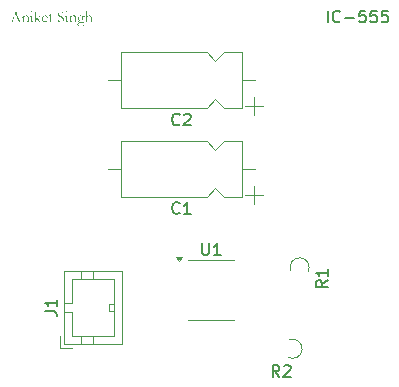
<source format=gbr>
%TF.GenerationSoftware,KiCad,Pcbnew,8.0.7*%
%TF.CreationDate,2024-12-24T07:35:49+05:30*%
%TF.ProjectId,ic555_test,69633535-355f-4746-9573-742e6b696361,rev?*%
%TF.SameCoordinates,Original*%
%TF.FileFunction,Legend,Top*%
%TF.FilePolarity,Positive*%
%FSLAX46Y46*%
G04 Gerber Fmt 4.6, Leading zero omitted, Abs format (unit mm)*
G04 Created by KiCad (PCBNEW 8.0.7) date 2024-12-24 07:35:49*
%MOMM*%
%LPD*%
G01*
G04 APERTURE LIST*
%ADD10C,0.100000*%
%ADD11C,0.200000*%
%ADD12C,0.150000*%
%ADD13C,0.120000*%
G04 APERTURE END LIST*
D10*
G36*
X124502163Y-64408471D02*
G01*
X124523366Y-64453855D01*
X124542646Y-64501711D01*
X124554431Y-64534989D01*
X124571956Y-64583132D01*
X124589804Y-64629151D01*
X124594975Y-64642212D01*
X124699267Y-64926510D01*
X124754954Y-65080872D01*
X124772739Y-65133510D01*
X124789515Y-65181790D01*
X124807582Y-65230454D01*
X124812595Y-65242316D01*
X124837997Y-65282128D01*
X124863642Y-65290432D01*
X124895150Y-65298736D01*
X124939113Y-65311193D01*
X124941800Y-65320963D01*
X124939846Y-65329511D01*
X124908827Y-65330000D01*
X124856552Y-65330000D01*
X124806566Y-65330000D01*
X124785240Y-65330000D01*
X124716608Y-65330000D01*
X124633321Y-65330000D01*
X124616468Y-65330000D01*
X124601814Y-65330000D01*
X124586671Y-65330000D01*
X124572993Y-65325359D01*
X124576413Y-65304110D01*
X124591556Y-65298736D01*
X124663607Y-65294096D01*
X124706106Y-65286524D01*
X124710258Y-65268450D01*
X124697564Y-65220717D01*
X124692428Y-65205924D01*
X124676162Y-65159239D01*
X124670690Y-65141933D01*
X124654160Y-65094429D01*
X124635052Y-65042436D01*
X124616253Y-64992061D01*
X124597662Y-64942630D01*
X124548080Y-64937745D01*
X124401046Y-64939211D01*
X124357815Y-64938478D01*
X124308031Y-64941687D01*
X124306280Y-64941898D01*
X124294801Y-64969986D01*
X124234228Y-65150481D01*
X124215692Y-65201136D01*
X124199627Y-65248450D01*
X124195882Y-65264054D01*
X124201988Y-65283593D01*
X124240334Y-65290921D01*
X124333879Y-65298736D01*
X124341451Y-65314368D01*
X124339497Y-65329023D01*
X124292114Y-65330000D01*
X124240569Y-65330000D01*
X124190881Y-65330000D01*
X124164131Y-65330000D01*
X124116259Y-65328534D01*
X124065945Y-65330000D01*
X124032240Y-65330000D01*
X123989741Y-65327313D01*
X123989741Y-65322184D01*
X123992428Y-65305575D01*
X124009769Y-65298736D01*
X124025401Y-65298736D01*
X124042009Y-65298004D01*
X124091068Y-65292108D01*
X124104291Y-65288478D01*
X124140052Y-65252897D01*
X124145568Y-65243293D01*
X124168738Y-65194087D01*
X124188544Y-65146513D01*
X124206802Y-65098900D01*
X124225924Y-65045701D01*
X124242411Y-64999204D01*
X124252791Y-64971939D01*
X124271639Y-64924464D01*
X124280154Y-64901109D01*
X124316050Y-64901109D01*
X124320202Y-64903796D01*
X124373169Y-64906160D01*
X124425529Y-64907457D01*
X124476078Y-64907932D01*
X124487752Y-64907948D01*
X124538005Y-64907093D01*
X124581786Y-64904528D01*
X124567246Y-64857159D01*
X124566154Y-64854214D01*
X124548505Y-64807081D01*
X124529900Y-64757507D01*
X124516573Y-64722323D01*
X124454047Y-64563565D01*
X124447208Y-64551109D01*
X124427304Y-64597179D01*
X124416922Y-64621939D01*
X124396482Y-64672589D01*
X124377173Y-64722491D01*
X124360295Y-64769145D01*
X124353663Y-64789002D01*
X124337528Y-64835831D01*
X124335101Y-64842491D01*
X124323133Y-64879616D01*
X124316050Y-64901109D01*
X124280154Y-64901109D01*
X124285764Y-64885722D01*
X124350244Y-64705959D01*
X124367612Y-64658732D01*
X124385869Y-64610189D01*
X124406227Y-64556519D01*
X124423272Y-64511786D01*
X124440307Y-64463736D01*
X124455658Y-64417132D01*
X124458199Y-64409204D01*
X124478227Y-64407739D01*
X124502163Y-64408471D01*
G37*
G36*
X124973796Y-65300202D02*
G01*
X125013607Y-65292630D01*
X125062107Y-65281934D01*
X125065631Y-65279685D01*
X125074180Y-65245003D01*
X125075401Y-65222533D01*
X125076133Y-65190537D01*
X125074668Y-64998073D01*
X125065223Y-64949516D01*
X125063921Y-64948004D01*
X125018217Y-64927670D01*
X124995045Y-64923579D01*
X124995045Y-64900132D01*
X125041695Y-64881233D01*
X125071981Y-64860321D01*
X125105934Y-64822843D01*
X125132782Y-64778084D01*
X125137927Y-64767264D01*
X125161374Y-64767997D01*
X125163328Y-64810983D01*
X125163328Y-64853482D01*
X125164061Y-64864961D01*
X125183356Y-64851039D01*
X125225122Y-64822829D01*
X125267864Y-64800237D01*
X125313485Y-64781844D01*
X125344801Y-64772882D01*
X125392916Y-64767264D01*
X125442147Y-64773704D01*
X125487087Y-64794770D01*
X125489637Y-64796573D01*
X125526207Y-64832792D01*
X125542149Y-64865450D01*
X125550330Y-64915031D01*
X125553369Y-64968764D01*
X125554117Y-65022742D01*
X125554117Y-65123126D01*
X125553140Y-65149748D01*
X125552164Y-65199717D01*
X125552163Y-65201528D01*
X125554308Y-65251049D01*
X125556315Y-65260879D01*
X125574145Y-65278220D01*
X125623894Y-65286986D01*
X125651081Y-65298736D01*
X125651081Y-65306308D01*
X125646929Y-65330000D01*
X125633984Y-65330000D01*
X125543126Y-65330000D01*
X125453977Y-65330732D01*
X125403503Y-65331134D01*
X125362630Y-65330000D01*
X125358478Y-65312170D01*
X125363363Y-65298736D01*
X125411262Y-65288347D01*
X125415387Y-65287990D01*
X125442986Y-65283838D01*
X125461549Y-65273091D01*
X125469853Y-65245980D01*
X125468387Y-65227173D01*
X125466824Y-65177578D01*
X125466144Y-65128346D01*
X125465701Y-65072323D01*
X125465701Y-65037152D01*
X125466922Y-64983175D01*
X125463440Y-64933973D01*
X125448500Y-64885843D01*
X125431263Y-64863007D01*
X125386550Y-64837089D01*
X125335764Y-64829790D01*
X125284725Y-64836204D01*
X125245882Y-64850062D01*
X125202590Y-64875341D01*
X125163224Y-64908135D01*
X125160642Y-64910635D01*
X125159199Y-64960189D01*
X125159176Y-64966078D01*
X125161374Y-65115799D01*
X125161588Y-65168753D01*
X125162456Y-65219019D01*
X125164794Y-65259658D01*
X125169678Y-65274556D01*
X125191416Y-65283349D01*
X125229518Y-65292875D01*
X125258094Y-65300202D01*
X125276657Y-65315833D01*
X125275924Y-65331465D01*
X125203872Y-65331465D01*
X125055617Y-65330000D01*
X125005891Y-65331259D01*
X124990160Y-65331465D01*
X124973063Y-65331465D01*
X124971598Y-65319253D01*
X124973796Y-65300202D01*
G37*
G36*
X125759281Y-64459518D02*
G01*
X125776866Y-64423126D01*
X125819120Y-64407739D01*
X125863817Y-64425080D01*
X125883112Y-64462205D01*
X125863817Y-64499574D01*
X125819120Y-64517159D01*
X125776378Y-64501284D01*
X125759281Y-64459518D01*
G37*
G36*
X125701639Y-64876685D02*
G01*
X125702372Y-64853237D01*
X125747755Y-64834732D01*
X125750488Y-64833210D01*
X125788865Y-64802572D01*
X125802267Y-64788513D01*
X125832817Y-64748194D01*
X125847941Y-64721346D01*
X125860886Y-64719637D01*
X125869190Y-64720369D01*
X125872121Y-64767264D01*
X125870655Y-64797306D01*
X125870655Y-64832721D01*
X125871388Y-65025673D01*
X125869190Y-65229860D01*
X125877494Y-65264298D01*
X125922517Y-65283811D01*
X125930495Y-65286036D01*
X125971772Y-65298736D01*
X125973726Y-65312658D01*
X125970307Y-65330000D01*
X125919234Y-65330000D01*
X125901674Y-65330000D01*
X125851841Y-65330000D01*
X125825959Y-65330000D01*
X125774658Y-65330000D01*
X125722279Y-65330000D01*
X125716050Y-65330000D01*
X125676238Y-65330000D01*
X125665247Y-65327557D01*
X125661828Y-65317299D01*
X125674773Y-65298736D01*
X125725449Y-65288156D01*
X125744870Y-65284326D01*
X125773691Y-65271870D01*
X125785415Y-65230104D01*
X125786249Y-65177423D01*
X125786600Y-65123312D01*
X125786789Y-65064187D01*
X125786867Y-65005930D01*
X125786880Y-64967055D01*
X125783924Y-64917641D01*
X125782728Y-64913565D01*
X125764410Y-64896468D01*
X125715859Y-64879808D01*
X125701639Y-64876685D01*
G37*
G36*
X126019399Y-65329023D02*
G01*
X126017934Y-65298736D01*
X126028192Y-65293607D01*
X126062875Y-65290676D01*
X126100488Y-65277243D01*
X126107320Y-65228316D01*
X126108060Y-65183942D01*
X126109281Y-64914054D01*
X126108060Y-64866427D01*
X126109281Y-64820509D01*
X126110746Y-64776301D01*
X126108060Y-64657355D01*
X126108792Y-64553551D01*
X126098046Y-64505436D01*
X126048541Y-64489837D01*
X126022819Y-64485896D01*
X126022819Y-64472951D01*
X126023551Y-64454633D01*
X126073129Y-64444737D01*
X126092916Y-64439246D01*
X126140748Y-64420994D01*
X126173272Y-64407739D01*
X126194521Y-64407739D01*
X126193789Y-64426301D01*
X126193789Y-64484187D01*
X126193056Y-64513007D01*
X126195254Y-64565519D01*
X126194521Y-64644654D01*
X126195254Y-64776545D01*
X126193056Y-64940188D01*
X126193056Y-64990746D01*
X126193789Y-65016636D01*
X126201360Y-65017369D01*
X126248743Y-64999783D01*
X126292117Y-64967783D01*
X126332242Y-64937108D01*
X126370962Y-64905198D01*
X126384054Y-64892805D01*
X126411653Y-64852993D01*
X126402616Y-64835408D01*
X126356699Y-64821730D01*
X126340090Y-64818555D01*
X126319574Y-64814159D01*
X126318108Y-64803656D01*
X126321528Y-64782896D01*
X126373994Y-64782896D01*
X126422950Y-64782896D01*
X126473828Y-64782896D01*
X126510327Y-64782896D01*
X126560319Y-64783516D01*
X126607292Y-64785094D01*
X126607292Y-64794619D01*
X126603872Y-64807564D01*
X126571632Y-64814159D01*
X126522674Y-64827340D01*
X126506908Y-64835163D01*
X126463439Y-64862710D01*
X126422240Y-64893004D01*
X126397732Y-64912833D01*
X126359244Y-64944622D01*
X126339357Y-64960216D01*
X126314689Y-64980000D01*
X126323726Y-64992456D01*
X126334473Y-65005889D01*
X126364270Y-65040572D01*
X126398983Y-65080292D01*
X126432269Y-65119211D01*
X126464662Y-65158488D01*
X126474180Y-65170509D01*
X126500314Y-65203237D01*
X126531835Y-65240675D01*
X126562840Y-65274801D01*
X126608441Y-65295898D01*
X126619748Y-65298736D01*
X126650767Y-65306064D01*
X126653454Y-65321695D01*
X126652721Y-65330000D01*
X126602556Y-65330000D01*
X126582623Y-65330000D01*
X126570411Y-65330000D01*
X126379169Y-65330000D01*
X126364270Y-65330000D01*
X126349616Y-65326580D01*
X126347662Y-65314368D01*
X126347662Y-65308262D01*
X126355233Y-65298736D01*
X126406385Y-65293953D01*
X126434124Y-65289699D01*
X126445847Y-65281884D01*
X126425819Y-65243293D01*
X126394124Y-65204045D01*
X126358384Y-65162257D01*
X126326413Y-65125568D01*
X126293360Y-65088955D01*
X126260711Y-65058157D01*
X126219923Y-65048632D01*
X126193789Y-65048632D01*
X126191616Y-65098932D01*
X126191126Y-65150520D01*
X126191102Y-65167334D01*
X126192718Y-65219307D01*
X126200839Y-65268835D01*
X126204780Y-65277976D01*
X126240439Y-65295317D01*
X126277076Y-65307041D01*
X126283914Y-65330000D01*
X126233392Y-65329338D01*
X126214549Y-65329267D01*
X126164006Y-65329474D01*
X126115631Y-65330000D01*
X126065758Y-65330000D01*
X126064584Y-65330000D01*
X126019399Y-65329023D01*
G37*
G36*
X127010995Y-64772126D02*
G01*
X127058866Y-64789589D01*
X127064026Y-64792665D01*
X127104081Y-64823077D01*
X127136940Y-64863042D01*
X127146092Y-64879127D01*
X127165551Y-64926601D01*
X127173203Y-64975603D01*
X127173203Y-64986106D01*
X126897697Y-64986106D01*
X126845429Y-64986106D01*
X126795304Y-64986106D01*
X126780949Y-64986106D01*
X126774598Y-65013461D01*
X126775331Y-65020300D01*
X126775331Y-65026894D01*
X126774598Y-65059623D01*
X126782043Y-65108199D01*
X126799354Y-65156071D01*
X126800976Y-65159762D01*
X126826316Y-65203191D01*
X126861899Y-65239683D01*
X126876692Y-65250132D01*
X126924323Y-65271710D01*
X126972591Y-65281350D01*
X126999302Y-65283105D01*
X127048990Y-65277426D01*
X127061584Y-65274312D01*
X127107471Y-65253521D01*
X127127529Y-65242072D01*
X127177110Y-65204947D01*
X127181263Y-65230104D01*
X127180530Y-65239630D01*
X127142954Y-65274586D01*
X127102128Y-65301423D01*
X127057438Y-65323040D01*
X127009177Y-65339236D01*
X127006140Y-65340013D01*
X126956915Y-65345187D01*
X126929204Y-65345631D01*
X126877716Y-65340048D01*
X126832972Y-65325847D01*
X126788301Y-65300893D01*
X126750672Y-65267339D01*
X126722575Y-65229371D01*
X126701451Y-65185059D01*
X126688152Y-65135166D01*
X126682871Y-65085490D01*
X126682519Y-65067927D01*
X126687829Y-65018759D01*
X126693754Y-64990990D01*
X126705637Y-64954842D01*
X126789741Y-64954842D01*
X126821981Y-64954842D01*
X126873454Y-64954842D01*
X126927889Y-64954842D01*
X126980096Y-64954842D01*
X127031053Y-64954842D01*
X127064515Y-64948492D01*
X127076971Y-64921137D01*
X127066312Y-64872491D01*
X127063049Y-64864717D01*
X127032584Y-64824049D01*
X127020795Y-64815868D01*
X126972939Y-64799611D01*
X126954605Y-64798527D01*
X126903587Y-64806146D01*
X126860016Y-64829004D01*
X126826866Y-64863007D01*
X126800219Y-64907515D01*
X126789741Y-64954842D01*
X126705637Y-64954842D01*
X126709752Y-64942325D01*
X126731163Y-64897238D01*
X126734787Y-64890607D01*
X126763142Y-64850478D01*
X126783635Y-64831256D01*
X126824406Y-64802065D01*
X126855687Y-64785582D01*
X126903986Y-64771844D01*
X126955810Y-64767282D01*
X126959490Y-64767264D01*
X127010995Y-64772126D01*
G37*
G36*
X127398883Y-64626580D02*
G01*
X127420132Y-64627313D01*
X127423063Y-64695945D01*
X127421598Y-64784849D01*
X127438206Y-64785582D01*
X127488463Y-64783809D01*
X127506106Y-64782896D01*
X127556722Y-64780775D01*
X127567899Y-64780697D01*
X127609176Y-64781430D01*
X127610642Y-64801458D01*
X127606489Y-64826615D01*
X127594766Y-64826615D01*
X127488276Y-64829790D01*
X127435519Y-64831256D01*
X127423063Y-64832721D01*
X127417445Y-64874487D01*
X127419644Y-64982930D01*
X127418178Y-65173684D01*
X127420788Y-65222960D01*
X127434493Y-65270084D01*
X127436741Y-65273335D01*
X127479695Y-65298116D01*
X127490474Y-65298736D01*
X127540247Y-65291964D01*
X127557641Y-65288478D01*
X127598185Y-65267473D01*
X127604535Y-65267473D01*
X127614305Y-65271137D01*
X127618213Y-65280907D01*
X127617480Y-65285547D01*
X127579372Y-65316731D01*
X127549825Y-65331221D01*
X127502242Y-65342465D01*
X127452393Y-65345617D01*
X127448464Y-65345631D01*
X127398604Y-65337140D01*
X127374459Y-65323893D01*
X127342539Y-65286524D01*
X127337090Y-65272114D01*
X127330801Y-65220533D01*
X127329226Y-65171579D01*
X127329030Y-65141933D01*
X127331716Y-64978290D01*
X127330983Y-64899644D01*
X127330983Y-64870579D01*
X127329762Y-64829790D01*
X127318039Y-64829790D01*
X127261618Y-64829790D01*
X127256245Y-64829790D01*
X127244766Y-64827348D01*
X127241102Y-64820997D01*
X127246231Y-64810739D01*
X127277494Y-64798527D01*
X127317541Y-64770548D01*
X127319016Y-64769218D01*
X127351561Y-64732570D01*
X127359071Y-64721346D01*
X127379739Y-64674809D01*
X127382519Y-64667613D01*
X127398883Y-64626580D01*
G37*
G36*
X128505792Y-64494689D02*
G01*
X128511034Y-64543401D01*
X128511165Y-64546468D01*
X128508478Y-64606796D01*
X128505195Y-64655679D01*
X128505059Y-64656378D01*
X128494801Y-64659309D01*
X128488695Y-64657843D01*
X128473915Y-64606963D01*
X128451828Y-64560309D01*
X128420645Y-64521000D01*
X128414200Y-64515205D01*
X128371553Y-64487820D01*
X128322380Y-64473073D01*
X128285973Y-64470265D01*
X128235530Y-64475893D01*
X128188005Y-64494869D01*
X128157501Y-64517892D01*
X128125083Y-64558971D01*
X128109192Y-64605209D01*
X128107431Y-64628290D01*
X128117289Y-64677329D01*
X128142358Y-64716706D01*
X128184055Y-64751384D01*
X128228874Y-64779655D01*
X128279260Y-64807774D01*
X128321632Y-64829790D01*
X128366726Y-64853292D01*
X128410934Y-64877518D01*
X128455203Y-64903850D01*
X128478925Y-64919672D01*
X128518195Y-64953403D01*
X128548725Y-64994588D01*
X128550244Y-64997341D01*
X128568379Y-65044113D01*
X128574400Y-65092621D01*
X128574424Y-65096015D01*
X128569066Y-65146172D01*
X128552991Y-65194063D01*
X128536322Y-65224731D01*
X128504002Y-65265638D01*
X128464194Y-65298233D01*
X128433496Y-65315345D01*
X128384202Y-65332588D01*
X128330773Y-65342052D01*
X128275673Y-65345513D01*
X128262526Y-65345631D01*
X128211036Y-65343525D01*
X128160705Y-65337208D01*
X128111534Y-65326678D01*
X128084717Y-65319009D01*
X128037395Y-65301549D01*
X128023656Y-65293363D01*
X128012665Y-65271137D01*
X128014131Y-65252330D01*
X128019501Y-65201076D01*
X128023244Y-65149061D01*
X128024145Y-65121660D01*
X128029030Y-65084535D01*
X128039288Y-65079895D01*
X128049057Y-65084291D01*
X128054431Y-65100900D01*
X128065341Y-65150931D01*
X128088606Y-65197528D01*
X128120108Y-65236529D01*
X128132833Y-65248911D01*
X128173731Y-65280553D01*
X128222618Y-65303565D01*
X128275130Y-65313793D01*
X128291591Y-65314368D01*
X128340545Y-65309431D01*
X128388623Y-65293280D01*
X128391486Y-65291898D01*
X128432152Y-65264176D01*
X128462805Y-65226441D01*
X128483006Y-65181647D01*
X128488695Y-65143154D01*
X128480108Y-65093322D01*
X128454348Y-65047785D01*
X128449616Y-65042037D01*
X128413259Y-65008795D01*
X128369645Y-64979106D01*
X128327095Y-64954466D01*
X128292079Y-64936036D01*
X128244406Y-64911304D01*
X128199568Y-64886845D01*
X128154716Y-64859844D01*
X128138450Y-64848353D01*
X128099123Y-64813857D01*
X128065744Y-64774704D01*
X128051744Y-64752854D01*
X128034562Y-64705069D01*
X128030495Y-64662240D01*
X128036465Y-64611900D01*
X128054374Y-64566120D01*
X128084224Y-64524900D01*
X128105966Y-64503970D01*
X128147029Y-64475546D01*
X128194504Y-64455244D01*
X128248390Y-64443062D01*
X128300800Y-64439065D01*
X128308688Y-64439002D01*
X128358547Y-64441200D01*
X128409858Y-64449321D01*
X128429588Y-64454633D01*
X128474362Y-64474646D01*
X128505792Y-64494689D01*
G37*
G36*
X128727320Y-64459518D02*
G01*
X128744905Y-64423126D01*
X128787159Y-64407739D01*
X128831856Y-64425080D01*
X128851151Y-64462205D01*
X128831856Y-64499574D01*
X128787159Y-64517159D01*
X128744417Y-64501284D01*
X128727320Y-64459518D01*
G37*
G36*
X128669678Y-64876685D02*
G01*
X128670411Y-64853237D01*
X128715794Y-64834732D01*
X128718527Y-64833210D01*
X128756904Y-64802572D01*
X128770307Y-64788513D01*
X128800856Y-64748194D01*
X128815980Y-64721346D01*
X128828925Y-64719637D01*
X128837229Y-64720369D01*
X128840160Y-64767264D01*
X128838695Y-64797306D01*
X128838695Y-64832721D01*
X128839427Y-65025673D01*
X128837229Y-65229860D01*
X128845533Y-65264298D01*
X128890556Y-65283811D01*
X128898534Y-65286036D01*
X128939811Y-65298736D01*
X128941765Y-65312658D01*
X128938346Y-65330000D01*
X128887273Y-65330000D01*
X128869713Y-65330000D01*
X128819880Y-65330000D01*
X128793998Y-65330000D01*
X128742697Y-65330000D01*
X128690318Y-65330000D01*
X128684089Y-65330000D01*
X128644277Y-65330000D01*
X128633286Y-65327557D01*
X128629867Y-65317299D01*
X128642812Y-65298736D01*
X128693488Y-65288156D01*
X128712909Y-65284326D01*
X128741730Y-65271870D01*
X128753454Y-65230104D01*
X128754288Y-65177423D01*
X128754639Y-65123312D01*
X128754828Y-65064187D01*
X128754906Y-65005930D01*
X128754919Y-64967055D01*
X128751963Y-64917641D01*
X128750767Y-64913565D01*
X128732449Y-64896468D01*
X128683898Y-64879808D01*
X128669678Y-64876685D01*
G37*
G36*
X128976448Y-65300202D02*
G01*
X129016259Y-65292630D01*
X129064759Y-65281934D01*
X129068283Y-65279685D01*
X129076831Y-65245003D01*
X129078053Y-65222533D01*
X129078785Y-65190537D01*
X129077320Y-64998073D01*
X129067874Y-64949516D01*
X129066573Y-64948004D01*
X129020869Y-64927670D01*
X128997697Y-64923579D01*
X128997697Y-64900132D01*
X129044347Y-64881233D01*
X129074633Y-64860321D01*
X129108586Y-64822843D01*
X129135434Y-64778084D01*
X129140579Y-64767264D01*
X129164026Y-64767997D01*
X129165980Y-64810983D01*
X129165980Y-64853482D01*
X129166713Y-64864961D01*
X129186008Y-64851039D01*
X129227773Y-64822829D01*
X129270516Y-64800237D01*
X129316137Y-64781844D01*
X129347452Y-64772882D01*
X129395568Y-64767264D01*
X129444798Y-64773704D01*
X129489739Y-64794770D01*
X129492288Y-64796573D01*
X129528859Y-64832792D01*
X129544801Y-64865450D01*
X129552982Y-64915031D01*
X129556021Y-64968764D01*
X129556769Y-65022742D01*
X129556769Y-65123126D01*
X129555792Y-65149748D01*
X129554816Y-65199717D01*
X129554815Y-65201528D01*
X129556960Y-65251049D01*
X129558967Y-65260879D01*
X129576796Y-65278220D01*
X129626545Y-65286986D01*
X129653733Y-65298736D01*
X129653733Y-65306308D01*
X129649581Y-65330000D01*
X129636636Y-65330000D01*
X129545778Y-65330000D01*
X129456629Y-65330732D01*
X129406155Y-65331134D01*
X129365282Y-65330000D01*
X129361130Y-65312170D01*
X129366015Y-65298736D01*
X129413914Y-65288347D01*
X129418039Y-65287990D01*
X129445638Y-65283838D01*
X129464200Y-65273091D01*
X129472505Y-65245980D01*
X129471039Y-65227173D01*
X129469476Y-65177578D01*
X129468795Y-65128346D01*
X129468353Y-65072323D01*
X129468353Y-65037152D01*
X129469574Y-64983175D01*
X129466091Y-64933973D01*
X129451152Y-64885843D01*
X129433914Y-64863007D01*
X129389202Y-64837089D01*
X129338415Y-64829790D01*
X129287376Y-64836204D01*
X129248534Y-64850062D01*
X129205242Y-64875341D01*
X129165876Y-64908135D01*
X129163293Y-64910635D01*
X129161851Y-64960189D01*
X129161828Y-64966078D01*
X129164026Y-65115799D01*
X129164240Y-65168753D01*
X129165108Y-65219019D01*
X129167445Y-65259658D01*
X129172330Y-65274556D01*
X129194068Y-65283349D01*
X129232170Y-65292875D01*
X129260746Y-65300202D01*
X129279309Y-65315833D01*
X129278576Y-65331465D01*
X129206524Y-65331465D01*
X129058269Y-65330000D01*
X129008543Y-65331259D01*
X128992812Y-65331465D01*
X128975715Y-65331465D01*
X128974249Y-65319253D01*
X128976448Y-65300202D01*
G37*
G36*
X130011306Y-64770973D02*
G01*
X130046475Y-64778988D01*
X130091401Y-64798451D01*
X130111688Y-64809518D01*
X130143928Y-64826615D01*
X130168597Y-64829790D01*
X130219773Y-64829790D01*
X130225261Y-64829790D01*
X130274178Y-64829790D01*
X130278506Y-64829790D01*
X130304640Y-64834919D01*
X130312944Y-64873754D01*
X130307083Y-64887676D01*
X130290230Y-64892316D01*
X130239933Y-64886752D01*
X130226727Y-64884501D01*
X130177623Y-64876960D01*
X130172749Y-64876685D01*
X130159804Y-64878150D01*
X130178939Y-64923728D01*
X130188896Y-64972210D01*
X130189357Y-64984396D01*
X130181603Y-65033183D01*
X130160247Y-65080585D01*
X130158339Y-65083803D01*
X130126876Y-65124054D01*
X130086344Y-65155049D01*
X130073098Y-65162205D01*
X130025420Y-65180738D01*
X129973818Y-65189077D01*
X129963433Y-65189316D01*
X129939986Y-65188339D01*
X129890281Y-65193418D01*
X129840539Y-65210248D01*
X129823726Y-65219113D01*
X129798325Y-65247690D01*
X129822993Y-65275045D01*
X129868930Y-65291881D01*
X129917454Y-65301851D01*
X129967958Y-65308219D01*
X130026688Y-65312578D01*
X130070411Y-65314368D01*
X130120521Y-65318264D01*
X130169101Y-65328152D01*
X130193265Y-65337083D01*
X130235847Y-65365917D01*
X130259455Y-65396678D01*
X130278217Y-65444149D01*
X130281926Y-65477522D01*
X130273607Y-65528538D01*
X130250833Y-65572763D01*
X130244068Y-65581814D01*
X130207017Y-65617727D01*
X130161296Y-65645582D01*
X130129518Y-65659483D01*
X130079214Y-65675325D01*
X130030148Y-65684567D01*
X129977488Y-65689056D01*
X129952930Y-65689525D01*
X129901105Y-65687769D01*
X129850283Y-65681598D01*
X129798924Y-65668020D01*
X129783182Y-65661437D01*
X129737627Y-65636092D01*
X129700035Y-65602676D01*
X129698429Y-65600621D01*
X129675949Y-65555850D01*
X129673517Y-65535652D01*
X129679349Y-65516113D01*
X129753140Y-65516113D01*
X129764802Y-65564717D01*
X129796920Y-65605847D01*
X129799790Y-65608436D01*
X129842089Y-65634712D01*
X129890828Y-65651255D01*
X129940199Y-65657824D01*
X129957815Y-65658262D01*
X130008706Y-65655068D01*
X130059527Y-65645485D01*
X130093370Y-65635547D01*
X130138994Y-65615947D01*
X130179285Y-65586134D01*
X130192288Y-65571067D01*
X130216682Y-65528001D01*
X130223551Y-65492177D01*
X130212561Y-65446503D01*
X130182519Y-65409378D01*
X130138602Y-65387832D01*
X130132937Y-65386175D01*
X130082628Y-65377894D01*
X130070411Y-65376894D01*
X130018342Y-65373688D01*
X129968925Y-65370969D01*
X129928995Y-65369567D01*
X129880328Y-65375628D01*
X129831515Y-65396064D01*
X129797836Y-65420858D01*
X129765754Y-65461616D01*
X129753314Y-65509243D01*
X129753140Y-65516113D01*
X129679349Y-65516113D01*
X129687648Y-65488308D01*
X129700872Y-65465799D01*
X129736288Y-65428459D01*
X129779923Y-65398006D01*
X129814933Y-65378115D01*
X129849860Y-65358820D01*
X129802519Y-65339257D01*
X129797103Y-65337083D01*
X129754483Y-65309178D01*
X129731158Y-65289455D01*
X129717480Y-65254773D01*
X129727739Y-65227173D01*
X129771695Y-65203533D01*
X129787334Y-65198353D01*
X129834814Y-65182283D01*
X129860851Y-65171486D01*
X129832763Y-65153900D01*
X129792887Y-65124563D01*
X129759308Y-65085397D01*
X129738520Y-65040216D01*
X129730525Y-64989020D01*
X129730425Y-64982198D01*
X129730528Y-64981221D01*
X129822505Y-64981221D01*
X129826583Y-65032218D01*
X129841067Y-65079895D01*
X129869613Y-65121435D01*
X129891870Y-65138757D01*
X129938593Y-65156526D01*
X129957083Y-65158053D01*
X130005515Y-65149731D01*
X130048692Y-65122347D01*
X130056245Y-65114577D01*
X130081863Y-65071598D01*
X130093340Y-65023582D01*
X130095812Y-64981953D01*
X130091782Y-64929999D01*
X130078036Y-64882602D01*
X130054535Y-64845422D01*
X130015313Y-64813365D01*
X129965921Y-64798939D01*
X129955129Y-64798527D01*
X129904098Y-64807082D01*
X129862807Y-64835236D01*
X129856210Y-64843224D01*
X129834387Y-64887443D01*
X129824611Y-64937517D01*
X129822505Y-64981221D01*
X129730528Y-64981221D01*
X129735564Y-64933586D01*
X129753329Y-64884786D01*
X129783783Y-64841471D01*
X129795394Y-64829546D01*
X129834837Y-64799439D01*
X129880075Y-64779185D01*
X129931110Y-64768785D01*
X129961967Y-64767264D01*
X130011306Y-64770973D01*
G37*
G36*
X130316852Y-65298736D02*
G01*
X130367571Y-65289074D01*
X130409665Y-65277243D01*
X130417236Y-65255750D01*
X130416503Y-65211297D01*
X130417236Y-65132651D01*
X130415771Y-64932128D01*
X130416503Y-64857390D01*
X130416503Y-64804145D01*
X130418457Y-64738932D01*
X130418346Y-64685757D01*
X130417933Y-64634704D01*
X130416817Y-64582287D01*
X130415282Y-64555750D01*
X130403558Y-64518136D01*
X130356936Y-64497309D01*
X130312700Y-64485896D01*
X130312700Y-64479546D01*
X130314166Y-64454633D01*
X130332484Y-64451702D01*
X130349825Y-64449016D01*
X130400657Y-64434551D01*
X130447186Y-64417829D01*
X130468527Y-64407739D01*
X130502233Y-64407739D01*
X130503456Y-64460820D01*
X130503685Y-64512760D01*
X130503698Y-64531570D01*
X130502965Y-64620230D01*
X130503698Y-64735024D01*
X130500767Y-64876196D01*
X130502233Y-64904284D01*
X130535618Y-64864567D01*
X130565491Y-64833698D01*
X130607154Y-64803172D01*
X130641695Y-64785094D01*
X130688621Y-64770677D01*
X130726936Y-64767264D01*
X130776724Y-64774133D01*
X130824494Y-64797558D01*
X130861560Y-64833278D01*
X130864933Y-64837606D01*
X130887198Y-64883870D01*
X130895467Y-64936208D01*
X130895952Y-64954598D01*
X130893754Y-65023475D01*
X130894487Y-65062065D01*
X130891800Y-65128988D01*
X130890270Y-65178224D01*
X130889113Y-65227662D01*
X130890334Y-65275045D01*
X130929413Y-65283838D01*
X130978231Y-65295241D01*
X130989986Y-65298736D01*
X130989253Y-65330000D01*
X130842951Y-65330000D01*
X130791676Y-65330000D01*
X130775540Y-65330000D01*
X130736461Y-65330000D01*
X130721318Y-65330000D01*
X130717899Y-65318764D01*
X130717899Y-65312170D01*
X130753803Y-65294584D01*
X130795080Y-65285059D01*
X130804605Y-65270648D01*
X130807475Y-65217404D01*
X130809047Y-65164220D01*
X130810287Y-65112711D01*
X130810711Y-65093328D01*
X130812177Y-65042526D01*
X130811917Y-64990652D01*
X130806828Y-64941371D01*
X130799720Y-64909413D01*
X130774963Y-64866416D01*
X130756001Y-64851528D01*
X130709461Y-64832847D01*
X130677599Y-64829790D01*
X130628515Y-64837409D01*
X130607501Y-64845910D01*
X130566494Y-64874962D01*
X130553035Y-64886943D01*
X130518717Y-64923098D01*
X130509071Y-64937013D01*
X130501011Y-64982686D01*
X130501500Y-65030802D01*
X130500279Y-65081360D01*
X130501378Y-65132148D01*
X130502233Y-65167578D01*
X130501500Y-65211786D01*
X130502965Y-65260146D01*
X130504919Y-65275289D01*
X130601884Y-65298736D01*
X130624598Y-65308262D01*
X130626552Y-65317055D01*
X130623133Y-65330000D01*
X130592847Y-65330000D01*
X130539357Y-65330000D01*
X130421144Y-65330000D01*
X130332484Y-65330000D01*
X130311967Y-65327801D01*
X130311235Y-65320230D01*
X130316852Y-65298736D01*
G37*
D11*
X150869673Y-65367219D02*
X150869673Y-64367219D01*
X151917291Y-65271980D02*
X151869672Y-65319600D01*
X151869672Y-65319600D02*
X151726815Y-65367219D01*
X151726815Y-65367219D02*
X151631577Y-65367219D01*
X151631577Y-65367219D02*
X151488720Y-65319600D01*
X151488720Y-65319600D02*
X151393482Y-65224361D01*
X151393482Y-65224361D02*
X151345863Y-65129123D01*
X151345863Y-65129123D02*
X151298244Y-64938647D01*
X151298244Y-64938647D02*
X151298244Y-64795790D01*
X151298244Y-64795790D02*
X151345863Y-64605314D01*
X151345863Y-64605314D02*
X151393482Y-64510076D01*
X151393482Y-64510076D02*
X151488720Y-64414838D01*
X151488720Y-64414838D02*
X151631577Y-64367219D01*
X151631577Y-64367219D02*
X151726815Y-64367219D01*
X151726815Y-64367219D02*
X151869672Y-64414838D01*
X151869672Y-64414838D02*
X151917291Y-64462457D01*
X152345863Y-64986266D02*
X153107768Y-64986266D01*
X154060148Y-64367219D02*
X153583958Y-64367219D01*
X153583958Y-64367219D02*
X153536339Y-64843409D01*
X153536339Y-64843409D02*
X153583958Y-64795790D01*
X153583958Y-64795790D02*
X153679196Y-64748171D01*
X153679196Y-64748171D02*
X153917291Y-64748171D01*
X153917291Y-64748171D02*
X154012529Y-64795790D01*
X154012529Y-64795790D02*
X154060148Y-64843409D01*
X154060148Y-64843409D02*
X154107767Y-64938647D01*
X154107767Y-64938647D02*
X154107767Y-65176742D01*
X154107767Y-65176742D02*
X154060148Y-65271980D01*
X154060148Y-65271980D02*
X154012529Y-65319600D01*
X154012529Y-65319600D02*
X153917291Y-65367219D01*
X153917291Y-65367219D02*
X153679196Y-65367219D01*
X153679196Y-65367219D02*
X153583958Y-65319600D01*
X153583958Y-65319600D02*
X153536339Y-65271980D01*
X155012529Y-64367219D02*
X154536339Y-64367219D01*
X154536339Y-64367219D02*
X154488720Y-64843409D01*
X154488720Y-64843409D02*
X154536339Y-64795790D01*
X154536339Y-64795790D02*
X154631577Y-64748171D01*
X154631577Y-64748171D02*
X154869672Y-64748171D01*
X154869672Y-64748171D02*
X154964910Y-64795790D01*
X154964910Y-64795790D02*
X155012529Y-64843409D01*
X155012529Y-64843409D02*
X155060148Y-64938647D01*
X155060148Y-64938647D02*
X155060148Y-65176742D01*
X155060148Y-65176742D02*
X155012529Y-65271980D01*
X155012529Y-65271980D02*
X154964910Y-65319600D01*
X154964910Y-65319600D02*
X154869672Y-65367219D01*
X154869672Y-65367219D02*
X154631577Y-65367219D01*
X154631577Y-65367219D02*
X154536339Y-65319600D01*
X154536339Y-65319600D02*
X154488720Y-65271980D01*
X155964910Y-64367219D02*
X155488720Y-64367219D01*
X155488720Y-64367219D02*
X155441101Y-64843409D01*
X155441101Y-64843409D02*
X155488720Y-64795790D01*
X155488720Y-64795790D02*
X155583958Y-64748171D01*
X155583958Y-64748171D02*
X155822053Y-64748171D01*
X155822053Y-64748171D02*
X155917291Y-64795790D01*
X155917291Y-64795790D02*
X155964910Y-64843409D01*
X155964910Y-64843409D02*
X156012529Y-64938647D01*
X156012529Y-64938647D02*
X156012529Y-65176742D01*
X156012529Y-65176742D02*
X155964910Y-65271980D01*
X155964910Y-65271980D02*
X155917291Y-65319600D01*
X155917291Y-65319600D02*
X155822053Y-65367219D01*
X155822053Y-65367219D02*
X155583958Y-65367219D01*
X155583958Y-65367219D02*
X155488720Y-65319600D01*
X155488720Y-65319600D02*
X155441101Y-65271980D01*
D12*
X140238095Y-84054819D02*
X140238095Y-84864342D01*
X140238095Y-84864342D02*
X140285714Y-84959580D01*
X140285714Y-84959580D02*
X140333333Y-85007200D01*
X140333333Y-85007200D02*
X140428571Y-85054819D01*
X140428571Y-85054819D02*
X140619047Y-85054819D01*
X140619047Y-85054819D02*
X140714285Y-85007200D01*
X140714285Y-85007200D02*
X140761904Y-84959580D01*
X140761904Y-84959580D02*
X140809523Y-84864342D01*
X140809523Y-84864342D02*
X140809523Y-84054819D01*
X141809523Y-85054819D02*
X141238095Y-85054819D01*
X141523809Y-85054819D02*
X141523809Y-84054819D01*
X141523809Y-84054819D02*
X141428571Y-84197676D01*
X141428571Y-84197676D02*
X141333333Y-84292914D01*
X141333333Y-84292914D02*
X141238095Y-84340533D01*
X146788333Y-95374819D02*
X146455000Y-94898628D01*
X146216905Y-95374819D02*
X146216905Y-94374819D01*
X146216905Y-94374819D02*
X146597857Y-94374819D01*
X146597857Y-94374819D02*
X146693095Y-94422438D01*
X146693095Y-94422438D02*
X146740714Y-94470057D01*
X146740714Y-94470057D02*
X146788333Y-94565295D01*
X146788333Y-94565295D02*
X146788333Y-94708152D01*
X146788333Y-94708152D02*
X146740714Y-94803390D01*
X146740714Y-94803390D02*
X146693095Y-94851009D01*
X146693095Y-94851009D02*
X146597857Y-94898628D01*
X146597857Y-94898628D02*
X146216905Y-94898628D01*
X147169286Y-94470057D02*
X147216905Y-94422438D01*
X147216905Y-94422438D02*
X147312143Y-94374819D01*
X147312143Y-94374819D02*
X147550238Y-94374819D01*
X147550238Y-94374819D02*
X147645476Y-94422438D01*
X147645476Y-94422438D02*
X147693095Y-94470057D01*
X147693095Y-94470057D02*
X147740714Y-94565295D01*
X147740714Y-94565295D02*
X147740714Y-94660533D01*
X147740714Y-94660533D02*
X147693095Y-94803390D01*
X147693095Y-94803390D02*
X147121667Y-95374819D01*
X147121667Y-95374819D02*
X147740714Y-95374819D01*
X150874819Y-87211666D02*
X150398628Y-87544999D01*
X150874819Y-87783094D02*
X149874819Y-87783094D01*
X149874819Y-87783094D02*
X149874819Y-87402142D01*
X149874819Y-87402142D02*
X149922438Y-87306904D01*
X149922438Y-87306904D02*
X149970057Y-87259285D01*
X149970057Y-87259285D02*
X150065295Y-87211666D01*
X150065295Y-87211666D02*
X150208152Y-87211666D01*
X150208152Y-87211666D02*
X150303390Y-87259285D01*
X150303390Y-87259285D02*
X150351009Y-87306904D01*
X150351009Y-87306904D02*
X150398628Y-87402142D01*
X150398628Y-87402142D02*
X150398628Y-87783094D01*
X150874819Y-86259285D02*
X150874819Y-86830713D01*
X150874819Y-86544999D02*
X149874819Y-86544999D01*
X149874819Y-86544999D02*
X150017676Y-86640237D01*
X150017676Y-86640237D02*
X150112914Y-86735475D01*
X150112914Y-86735475D02*
X150160533Y-86830713D01*
X126954819Y-89833333D02*
X127669104Y-89833333D01*
X127669104Y-89833333D02*
X127811961Y-89880952D01*
X127811961Y-89880952D02*
X127907200Y-89976190D01*
X127907200Y-89976190D02*
X127954819Y-90119047D01*
X127954819Y-90119047D02*
X127954819Y-90214285D01*
X127954819Y-88833333D02*
X127954819Y-89404761D01*
X127954819Y-89119047D02*
X126954819Y-89119047D01*
X126954819Y-89119047D02*
X127097676Y-89214285D01*
X127097676Y-89214285D02*
X127192914Y-89309523D01*
X127192914Y-89309523D02*
X127240533Y-89404761D01*
X138333333Y-73987080D02*
X138285714Y-74034700D01*
X138285714Y-74034700D02*
X138142857Y-74082319D01*
X138142857Y-74082319D02*
X138047619Y-74082319D01*
X138047619Y-74082319D02*
X137904762Y-74034700D01*
X137904762Y-74034700D02*
X137809524Y-73939461D01*
X137809524Y-73939461D02*
X137761905Y-73844223D01*
X137761905Y-73844223D02*
X137714286Y-73653747D01*
X137714286Y-73653747D02*
X137714286Y-73510890D01*
X137714286Y-73510890D02*
X137761905Y-73320414D01*
X137761905Y-73320414D02*
X137809524Y-73225176D01*
X137809524Y-73225176D02*
X137904762Y-73129938D01*
X137904762Y-73129938D02*
X138047619Y-73082319D01*
X138047619Y-73082319D02*
X138142857Y-73082319D01*
X138142857Y-73082319D02*
X138285714Y-73129938D01*
X138285714Y-73129938D02*
X138333333Y-73177557D01*
X138714286Y-73177557D02*
X138761905Y-73129938D01*
X138761905Y-73129938D02*
X138857143Y-73082319D01*
X138857143Y-73082319D02*
X139095238Y-73082319D01*
X139095238Y-73082319D02*
X139190476Y-73129938D01*
X139190476Y-73129938D02*
X139238095Y-73177557D01*
X139238095Y-73177557D02*
X139285714Y-73272795D01*
X139285714Y-73272795D02*
X139285714Y-73368033D01*
X139285714Y-73368033D02*
X139238095Y-73510890D01*
X139238095Y-73510890D02*
X138666667Y-74082319D01*
X138666667Y-74082319D02*
X139285714Y-74082319D01*
X138333333Y-81487080D02*
X138285714Y-81534700D01*
X138285714Y-81534700D02*
X138142857Y-81582319D01*
X138142857Y-81582319D02*
X138047619Y-81582319D01*
X138047619Y-81582319D02*
X137904762Y-81534700D01*
X137904762Y-81534700D02*
X137809524Y-81439461D01*
X137809524Y-81439461D02*
X137761905Y-81344223D01*
X137761905Y-81344223D02*
X137714286Y-81153747D01*
X137714286Y-81153747D02*
X137714286Y-81010890D01*
X137714286Y-81010890D02*
X137761905Y-80820414D01*
X137761905Y-80820414D02*
X137809524Y-80725176D01*
X137809524Y-80725176D02*
X137904762Y-80629938D01*
X137904762Y-80629938D02*
X138047619Y-80582319D01*
X138047619Y-80582319D02*
X138142857Y-80582319D01*
X138142857Y-80582319D02*
X138285714Y-80629938D01*
X138285714Y-80629938D02*
X138333333Y-80677557D01*
X139285714Y-81582319D02*
X138714286Y-81582319D01*
X139000000Y-81582319D02*
X139000000Y-80582319D01*
X139000000Y-80582319D02*
X138904762Y-80725176D01*
X138904762Y-80725176D02*
X138809524Y-80820414D01*
X138809524Y-80820414D02*
X138714286Y-80868033D01*
D13*
%TO.C,U1*%
X141000000Y-85440000D02*
X139050000Y-85440000D01*
X141000000Y-85440000D02*
X142950000Y-85440000D01*
X141000000Y-90560000D02*
X139050000Y-90560000D01*
X141000000Y-90560000D02*
X142950000Y-90560000D01*
X138300000Y-85535000D02*
X138060000Y-85205000D01*
X138540000Y-85205000D01*
X138300000Y-85535000D01*
G36*
X138300000Y-85535000D02*
G01*
X138060000Y-85205000D01*
X138540000Y-85205000D01*
X138300000Y-85535000D01*
G37*
%TO.C,R2*%
X147584905Y-92250641D02*
G75*
G02*
X147487867Y-93700000I320095J-749359D01*
G01*
%TO.C,R1*%
X147750641Y-86415095D02*
G75*
G02*
X149200000Y-86512133I749359J320095D01*
G01*
%TO.C,J1*%
X128250000Y-92900000D02*
X129250000Y-92900000D01*
X128250000Y-92900000D02*
X128250000Y-91900000D01*
X130000000Y-92600000D02*
X130000000Y-91950000D01*
X131000000Y-92600000D02*
X131000000Y-91950000D01*
X129200000Y-91950000D02*
X129200000Y-89850000D01*
X132800000Y-91950000D02*
X129200000Y-91950000D01*
X128550000Y-89850000D02*
X129200000Y-89850000D01*
X132400000Y-89800000D02*
X132400000Y-89200000D01*
X132800000Y-89800000D02*
X132400000Y-89800000D01*
X132400000Y-89200000D02*
X132800000Y-89200000D01*
X128550000Y-89150000D02*
X129200000Y-89150000D01*
X129200000Y-87050000D02*
X129200000Y-89150000D01*
X129200000Y-87050000D02*
X132800000Y-87050000D01*
X130000000Y-87050000D02*
X130000000Y-86400000D01*
X131000000Y-87050000D02*
X131000000Y-86400000D01*
X132800000Y-87050000D02*
X132800000Y-91950000D01*
X128550000Y-92600000D02*
X133450000Y-92600000D01*
X133450000Y-86400000D01*
X128550000Y-86400000D01*
X128550000Y-92600000D01*
%TO.C,C2*%
X132240000Y-70257500D02*
X133380000Y-70257500D01*
X133380000Y-72627500D02*
X133380000Y-67887500D01*
X140620000Y-67887500D02*
X133380000Y-67887500D01*
X140620000Y-72627500D02*
X133380000Y-72627500D01*
X141370000Y-68637500D02*
X140620000Y-67887500D01*
X141370000Y-71877500D02*
X140620000Y-72627500D01*
X142120000Y-67887500D02*
X141370000Y-68637500D01*
X142120000Y-72627500D02*
X141370000Y-71877500D01*
X143620000Y-67887500D02*
X142120000Y-67887500D01*
X143620000Y-72627500D02*
X142120000Y-72627500D01*
X143620000Y-72627500D02*
X143620000Y-67887500D01*
X144620000Y-73207500D02*
X144620000Y-71707500D01*
X144760000Y-70257500D02*
X143620000Y-70257500D01*
X145370000Y-72457500D02*
X143870000Y-72457500D01*
%TO.C,C1*%
X145370000Y-79957500D02*
X143870000Y-79957500D01*
X144760000Y-77757500D02*
X143620000Y-77757500D01*
X144620000Y-80707500D02*
X144620000Y-79207500D01*
X143620000Y-80127500D02*
X143620000Y-75387500D01*
X143620000Y-80127500D02*
X142120000Y-80127500D01*
X143620000Y-75387500D02*
X142120000Y-75387500D01*
X142120000Y-80127500D02*
X141370000Y-79377500D01*
X142120000Y-75387500D02*
X141370000Y-76137500D01*
X141370000Y-79377500D02*
X140620000Y-80127500D01*
X141370000Y-76137500D02*
X140620000Y-75387500D01*
X140620000Y-80127500D02*
X133380000Y-80127500D01*
X140620000Y-75387500D02*
X133380000Y-75387500D01*
X133380000Y-80127500D02*
X133380000Y-75387500D01*
X132240000Y-77757500D02*
X133380000Y-77757500D01*
%TD*%
M02*

</source>
